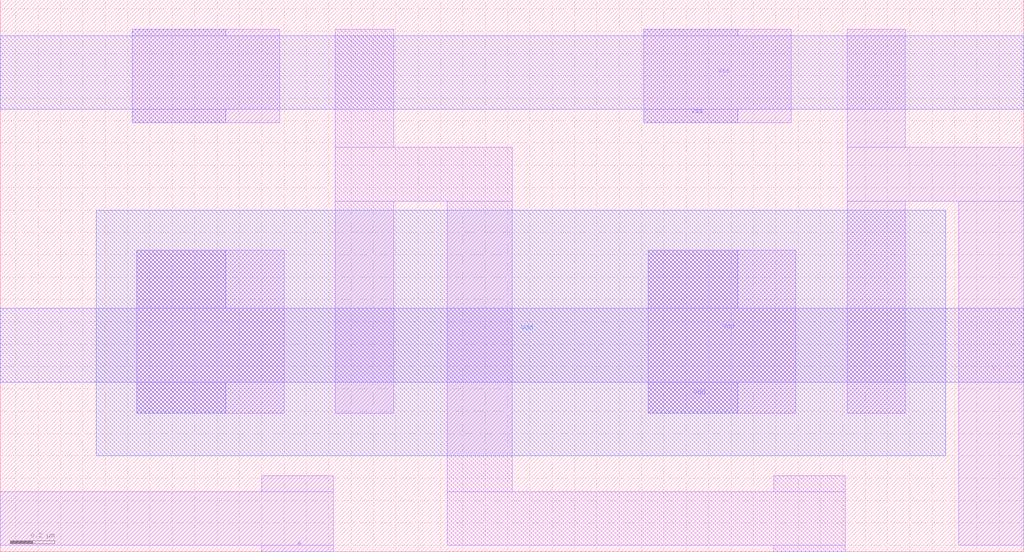
<source format=lef>
VERSION 5.7 ;
  NOWIREEXTENSIONATPIN ON ;
  DIVIDERCHAR "/" ;
  BUSBITCHARS "[]" ;
MACRO buffer
  CLASS BLOCK ;
  FOREIGN buffer ;
  ORIGIN 0.170 0.030 ;
  SIZE 4.580 BY 2.470 ;
  PIN Vss
    ANTENNADIFFAREA 0.604800 ;
    PORT
      LAYER li1 ;
        RECT 0.420 1.890 1.080 2.310 ;
        RECT 2.710 1.890 3.370 2.310 ;
      LAYER met1 ;
        RECT 0.420 2.280 0.840 2.310 ;
        RECT 2.710 2.280 3.130 2.310 ;
        RECT -0.170 1.950 4.410 2.280 ;
        RECT 0.420 1.890 0.840 1.950 ;
        RECT 2.710 1.890 3.130 1.950 ;
    END
  END Vss
  PIN Vdd
    ANTENNADIFFAREA 1.022000 ;
    PORT
      LAYER nwell ;
        RECT 0.260 0.400 4.060 1.500 ;
      LAYER li1 ;
        RECT 0.440 0.590 1.100 1.320 ;
        RECT 2.730 0.590 3.390 1.320 ;
      LAYER met1 ;
        RECT 0.440 1.060 0.840 1.320 ;
        RECT 2.730 1.060 3.130 1.320 ;
        RECT -0.170 0.730 4.410 1.060 ;
        RECT 0.440 0.590 0.840 0.730 ;
        RECT 2.730 0.590 3.130 0.730 ;
    END
  END Vdd
  PIN A
    ANTENNAGATEAREA 0.172500 ;
    PORT
      LAYER li1 ;
        RECT 1.000 0.240 1.320 0.310 ;
        RECT -0.170 0.000 1.320 0.240 ;
        RECT 1.000 -0.030 1.320 0.000 ;
    END
  END A
  PIN Y
    ANTENNADIFFAREA 0.345000 ;
    PORT
      LAYER li1 ;
        RECT 3.620 1.780 3.880 2.310 ;
        RECT 3.620 1.540 4.410 1.780 ;
        RECT 3.620 0.590 3.880 1.540 ;
        RECT 4.120 0.000 4.410 1.540 ;
    END
  END Y
  OBS
      LAYER li1 ;
        RECT 1.330 1.780 1.590 2.310 ;
        RECT 1.330 1.540 2.120 1.780 ;
        RECT 1.330 0.590 1.590 1.540 ;
        RECT 1.830 0.240 2.120 1.540 ;
        RECT 3.290 0.240 3.610 0.310 ;
        RECT 1.830 0.000 3.610 0.240 ;
        RECT 3.290 -0.030 3.610 0.000 ;
  END
END buffer
END LIBRARY


</source>
